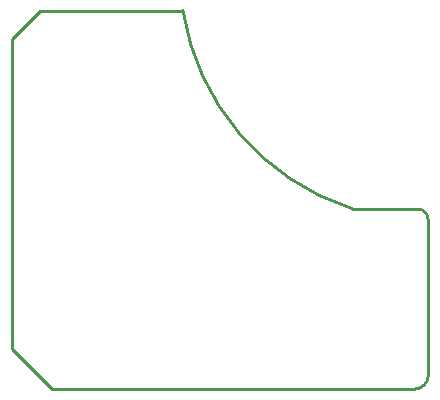
<source format=gko>
G04*
G04 #@! TF.GenerationSoftware,Altium Limited,Altium Designer,21.9.1 (22)*
G04*
G04 Layer_Color=16711935*
%FSLAX25Y25*%
%MOIN*%
G70*
G04*
G04 #@! TF.SameCoordinates,A7415FA3-026C-4748-ABA7-5A76E8C983D3*
G04*
G04*
G04 #@! TF.FilePolarity,Positive*
G04*
G01*
G75*
%ADD12C,0.01000*%
D12*
X349436Y268408D02*
G03*
X353936Y272908I0J4500D01*
G01*
X353888Y324901D02*
G03*
X350394Y328395I-3494J0D01*
G01*
X272166Y394464D02*
G03*
X328408Y328559I81687J12758D01*
G01*
X236644Y394461D02*
X272143D01*
X215172Y281731D02*
X228495Y268408D01*
X278475D01*
X349436D01*
X353888Y272908D02*
Y324901D01*
X328355Y328395D02*
X350394D01*
X224461Y394461D02*
X236644D01*
X215172Y385172D02*
X224461Y394461D01*
X215172Y281731D02*
Y385172D01*
M02*

</source>
